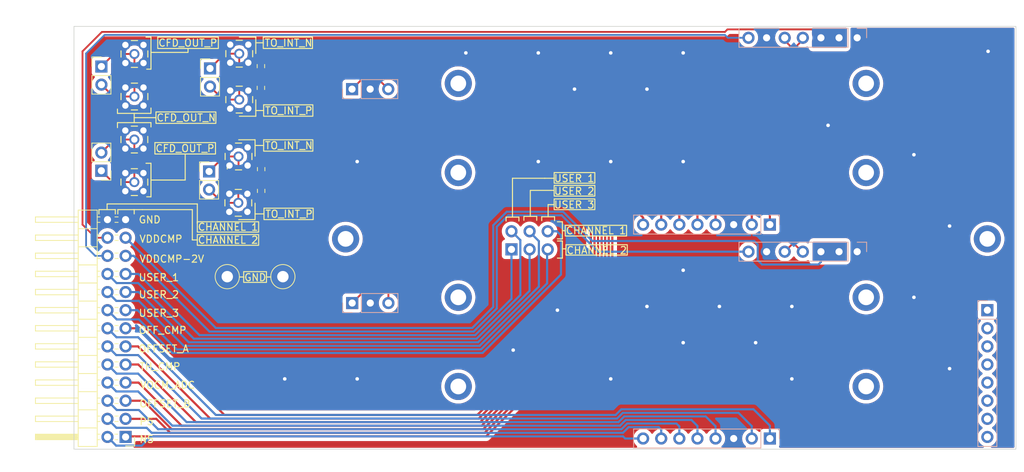
<source format=kicad_pcb>
(kicad_pcb (version 20221018) (generator pcbnew)
  (layers (0 "F.Cu" signal) (31 "B.Cu" signal) (34 "B.Paste" user) (35 "F.Paste" user) (36 "B.SilkS" user "B.Silkscreen") (37 "F.SilkS" user "F.Silkscreen") (38 "B.Mask" user) (39 "F.Mask" user) (44 "Edge.Cuts" user))
  (net 0 "")
  (net 1 "GND")
  (net 2 "/CFD_OUT_1_P")
  (net 3 "/CFD_OUT_1_N")
  (net 4 "/TO_INT_1_N")
  (net 5 "/TO_INT_1_P")
  (net 6 "/CFD_OUT_2_P")
  (net 7 "/CFD_OUT_2_N")
  (net 8 "/TO_INT_2_N")
  (net 9 "/TO_INT_2_P")
  (net 10 "/11")
  (net 11 "/3")
  (net 12 "/9")
  (net 13 "/5")
  (net 14 "/13")
  (net 15 "/15")
  (net 16 "/17")
  (net 17 "/12")
  (net 18 "/4")
  (net 19 "/10")
  (net 20 "/6")
  (net 21 "/16")
  (net 22 "/18")
  (net 23 "/19")
  (net 24 "/20")
  (net 25 "/21")
  (net 26 "/22")
  (net 27 "/14")
  (net 28 "/7")
  (net 29 "/8")
  (net 30 "/23")
  (net 31 "/24")
  (net 32 "/1")
  (net 33 "/2")
  (footprint "MountingHole:MountingHole_2.2mm_M2_DIN965_Pad" (layer "F.Cu") (at 193.3 80)
    (fp_text reference "H8" hide)
    (fp_text value "MountingHole")
  )
  (footprint "MountingHole:MountingHole_2.2mm_M2_DIN965_Pad" (layer "F.Cu") (at 136.1 62.5)
    (fp_text reference "H1" hide)
    (fp_text value "MountingHole")
  )
  (footprint "MountingHole:MountingHole_2.2mm_M2_DIN965_Pad" (layer "F.Cu") (at 136.1 50)
    (fp_text reference "H6" hide)
    (fp_text value "MountingHole")
  )
  (footprint "Resistor_SMD:R_0603_1608Metric" (layer "F.Cu") (at 108.45 65.071486 90)
    (fp_text reference "R4" hide)
    (fp_text value "50")
  )
  (footprint "my_footprints:COAX4_MMCX-J-P-H-ST-TH1_SAI" (layer "F.Cu") (at 105.25 66.746486)
    (fp_text reference "J19" hide)
    (fp_text value "Conn_01x05_Socket")
  )
  (footprint "my_footprints:COAX4_MMCX-J-P-H-ST-TH1_SAI" (layer "F.Cu") (at 90.68 51.84)
    (fp_text reference "J9" hide)
    (fp_text value "Conn_01x05_Socket")
  )
  (footprint "my_footprints:COAX4_MMCX-J-P-H-ST-TH1_SAI" (layer "F.Cu") (at 90.67 63.84)
    (fp_text reference "J14" hide)
    (fp_text value "Conn_01x05_Socket")
  )
  (footprint "MountingHole:MountingHole_2.2mm_M2_DIN965_Pad" (layer "F.Cu") (at 193.3 92.5)
    (fp_text reference "H4" hide)
    (fp_text value "MountingHole")
  )
  (footprint "MountingHole:MountingHole_2.2mm_M2_DIN965_Pad" (layer "F.Cu") (at 210.3 71.8)
    (fp_text reference "H9" hide)
    (fp_text value "MountingHole")
  )
  (footprint "Connector_PinHeader_2.54mm:PinHeader_1x02_P2.54mm_Vertical" (layer "F.Cu") (at 86.05 47.63)
    (fp_text reference "J8" hide)
    (fp_text value "Conn_01x02_Pin")
  )
  (footprint "Connector_PinHeader_2.54mm:PinHeader_1x02_P2.54mm_Vertical" (layer "F.Cu") (at 86.04 62.245 180)
    (fp_text reference "J15" hide)
    (fp_text value "Conn_01x02_Pin")
  )
  (footprint "MountingHole:MountingHole_2.2mm_M2_DIN965_Pad" (layer "F.Cu") (at 136.1 80)
    (fp_text reference "H3" hide)
    (fp_text value "MountingHole")
  )
  (footprint "Resistor_SMD:R_0603_1608Metric" (layer "F.Cu") (at 108.42 50.625 90)
    (fp_text reference "R2" hide)
    (fp_text value "50")
  )
  (footprint "MountingHole:MountingHole_2.2mm_M2_DIN965_Pad" (layer "F.Cu") (at 136.1 92.5)
    (fp_text reference "H2" hide)
    (fp_text value "MountingHole")
  )
  (footprint "MountingHole:MountingHole_2.2mm_M2_DIN965_Pad" (layer "F.Cu") (at 193.3 50)
    (fp_text reference "H7" hide)
    (fp_text value "MountingHole")
  )
  (footprint "Connector_PinHeader_2.54mm:PinHeader_1x02_P2.54mm_Vertical" (layer "F.Cu") (at 101.28 47.9)
    (fp_text reference "J5" hide)
    (fp_text value "Conn_01x02_Pin")
  )
  (footprint "my_footprints:COAX4_MMCX-J-P-H-ST-TH1_SAI" (layer "F.Cu") (at 90.68 45.87)
    (fp_text reference "J7" hide)
    (fp_text value "Conn_01x05_Socket")
  )
  (footprint "Connector_PinHeader_2.54mm:PinHeader_2x13_P2.54mm_Horizontal" (layer "F.Cu") (at 89.44 99.58 180)
    (fp_text reference "J11" hide)
    (fp_text value "Conn_02x13_Counter_Clockwise")
  )
  (footprint "Connector_PinHeader_2.54mm:PinHeader_1x02_P2.54mm_Vertical" (layer "F.Cu") (at 101.15 62.346486)
    (fp_text reference "J18" hide)
    (fp_text value "Conn_01x02_Pin")
  )
  (footprint "my_footprints:COAX4_MMCX-J-P-H-ST-TH1_SAI" (layer "F.Cu") (at 90.67 57.87)
    (fp_text reference "J16" hide)
    (fp_text value "Conn_01x05_Socket")
  )
  (footprint "my_footprints:COAX4_MMCX-J-P-H-ST-TH1_SAI" (layer "F.Cu") (at 105.38 52.27 -90)
    (fp_text reference "J6" hide)
    (fp_text value "Conn_01x05_Socket")
  )
  (footprint "TestPoint:TestPoint_Loop_D2.60mm_Drill1.6mm_Beaded" (layer "F.Cu") (at 103.7 77.1)
    (fp_text reference "J10" hide)
    (fp_text value "Conn_01x01_Pin")
  )
  (footprint "TestPoint:TestPoint_Loop_D2.60mm_Drill1.6mm_Beaded" (layer "F.Cu") (at 111.5 77.1)
    (fp_text reference "J20" hide)
    (fp_text value "Conn_01x01_Pin")
  )
  (footprint "Resistor_SMD:R_0603_1608Metric" (layer "F.Cu") (at 108.45 62.021486 90)
    (fp_text reference "R3" hide)
    (fp_text value "50")
  )
  (footprint "Connector_PinHeader_2.54mm:PinHeader_2x03_P2.54mm_Vertical" (layer "F.Cu") (at 143.56 73.275 90)
    (fp_text reference "J13" hide)
    (fp_text value "Conn_02x03_Counter_Clockwise")
  )
  (footprint "MountingHole:MountingHole_2.2mm_M2_DIN965_Pad" (layer "F.Cu") (at 120.3 71.8)
    (fp_text reference "H10" hide)
    (fp_text value "MountingHole")
  )
  (footprint "Resistor_SMD:R_0603_1608Metric" (layer "F.Cu") (at 108.42 47.575 90)
    (fp_text reference "R1" hide)
    (fp_text value "50")
  )
  (footprint "my_footprints:COAX4_MMCX-J-P-H-ST-TH1_SAI" (layer "F.Cu") (at 105.38 45.83 -90)
    (fp_text reference "J4" hide)
    (fp_text value "Conn_01x05_Socket")
  )
  (footprint "MountingHole:MountingHole_2.2mm_M2_DIN965_Pad" (layer "F.Cu") (at 193.3 62.5)
    (fp_text reference "H5" hide)
    (fp_text value "MountingHole")
  )
  (footprint "my_footprints:COAX4_MMCX-J-P-H-ST-TH1_SAI" (layer "F.Cu") (at 105.28 60.246486)
    (fp_text reference "J17" hide)
    (fp_text value "Conn_01x05_Socket")
  )
  (footprint "Connector_PinSocket_2.54mm:PinSocket_1x07_P2.54mm_Vertical" (layer "B.Cu") (at 192.04 43.6 90)
    (fp_text reference "J2" hide)
    (fp_text value "Conn_01x07")
  )
  (footprint "Connector_PinSocket_2.54mm:PinSocket_1x08_P2.54mm_Vertical" (layer "B.Cu") (at 210.3 81.8 180)
    (fp_text reference "J12" hide)
    (fp_text value "Conn_01x08")
  )
  (footprint "Connector_PinSocket_2.54mm:PinSocket_1x03_P2.54mm_Vertical" (layer "B.Cu") (at 121.2 50.8 -90)
    (fp_text reference "J3" hide)
    (fp_text value "Conn_01x03")
  )
  (footprint "Connector_PinSocket_2.54mm:PinSocket_1x07_P2.54mm_Vertical" (layer "B.Cu") (at 192.04 73.6 90)
    (fp_text reference "J23" hide)
    (fp_text value "Conn_01x07")
  )
  (footprint "Connector_PinSocket_2.54mm:PinSocket_1x08_P2.54mm_Vertical" (layer "B.Cu") (at 179.8 69.8 90)
    (fp_text reference "J1" hide)
    (fp_text value "Conn_01x08")
  )
  (footprint "Connector_PinSocket_2.54mm:PinSocket_1x03_P2.54mm_Vertical" (layer "B.Cu") (at 121.22 80.8 -90)
    (fp_text reference "J21" hide)
    (fp_text value "Conn_01x03")
  )
  (footprint "Connector_PinSocket_2.54mm:PinSocket_1x08_P2.54mm_Vertical" (layer "B.Cu") (at 179.8 99.8 90)
    (fp_text reference "J22" hide)
    (fp_text value "Conn_01x08")
  )
  (gr_line (start 93 45.65) (end 93.4 45.65) (stroke (width 0.15)) (layer "F.SilkS"))
  (gr_line (start 108.8 53.8) (end 107.7 53.8) (stroke (width 0.15)) (layer "F.SilkS"))
  (gr_line (start 105.3 69.1) (end 107.6 69.1) (stroke (width 0.15)) (layer "F.SilkS"))
  (gr_line (start 90.6 67.7) (end 91.8 67.7) (stroke (width 0.15)) (layer "F.SilkS"))
  (gr_line (start 151.1 70.65) (end 150.7 70.65) (stroke (width 0.15)) (layer "F.SilkS"))
  (gr_line (start 98.2 45.1) (end 98.2 45.6) (stroke (width 0.15)) (layer "F.SilkS"))
  (gr_line (start 85.7 68.3) (end 85.7 67.7) (stroke (width 0.15)) (layer "F.SilkS"))
  (gr_line (start 90.65 55.5) (end 90.65 54.2) (stroke (width 0.15)) (layer "F.SilkS"))
  (gr_line (start 97.2 63.55) (end 97.8 63.55) (stroke (width 0.15)) (layer "F.SilkS"))
  (gr_line (start 108.8 58.7) (end 107.7 58.7) (stroke (width 0.15)) (layer "F.SilkS"))
  (gr_line (start 93 53.45) (end 93 54.15) (stroke (width 0.15)) (layer "F.SilkS"))
  (gr_line (start 150.7 71.8) (end 150 71.8) (stroke (width 0.15)) (layer "F.SilkS"))
  (gr_line (start 99.5 69.6) (end 99.5 66.9) (stroke (width 0.15)) (layer "F.SilkS"))
  (gr_line (start 85.7 67.7) (end 88 67.7) (stroke (width 0.15)) (layer "F.SilkS"))
  (gr_rect (start 151.1 69.9) (end 159.7 71.4) (stroke (width 0.15)) (fill none) (layer "F.SilkS"))
  (gr_line (start 88.35 67.7) (end 90.65 67.7) (stroke (width 0.15)) (layer "F.SilkS"))
  (gr_line (start 93 65.9) (end 92.4 65.9) (stroke (width 0.15)) (layer "F.SilkS"))
  (gr_rect (start 106 76.4) (end 109.2 77.9) (stroke (width 0.15)) (fill none) (layer "F.SilkS"))
  (gr_line (start 108.75 44.3) (end 107.7 44.3) (stroke (width 0.15)) (layer "F.SilkS"))
  (gr_rect (start 108.85 67.5) (end 115.75 69.1) (stroke (width 0.15)) (fill none) (layer "F.SilkS"))
  (gr_line (start 93.4 45.65) (end 98.2 45.65) (stroke (width 0.15)) (layer "F.SilkS"))
  (gr_rect (start 93.55 58.3) (end 102.05 59.9) (stroke (width 0.15)) (fill none) (layer "F.SilkS"))
  (gr_line (start 148.7 67) (end 148.7 68.7) (stroke (width 0.15)) (layer "F.SilkS"))
  (gr_line (start 105.4 54.6) (end 107.7 54.6) (stroke (width 0.15)) (layer "F.SilkS"))
  (gr_line (start 93 54.2) (end 88.3 54.2) (stroke (width 0.15)) (layer "F.SilkS"))
  (gr_line (start 150.7 69.4) (end 150.7 71.8) (stroke (width 0.15)) (layer "F.SilkS"))
  (gr_line (start 142.8 69.3) (end 142.8 68.75) (stroke (width 0.15)) (layer "F.SilkS"))
  (gr_line (start 108.85 68.3) (end 107.6 68.3) (stroke (width 0.15)) (layer "F.SilkS"))
  (gr_line (start 107.7 43.6) (end 107.7 43.5) (stroke (width 0.15)) (layer "F.SilkS"))
  (gr_line (start 86.85 66.9) (end 99.5 66.9) (stroke (width 0.15)) (layer "F.SilkS"))
  (gr_line (start 88 67.7) (end 88 68.3) (stroke (width 0.15)) (layer "F.SilkS"))
  (gr_line (start 97.8 59.9) (end 97.8 63.55) (stroke (width 0.15)) (layer "F.SilkS"))
  (gr_line (start 150 69.4) (end 150.7 69.4) (stroke (width 0.15)) (layer "F.SilkS"))
  (gr_line (start 147.1 68.65) (end 147.1 69.2) (stroke (width 0.15)) (layer "F.SilkS"))
  (gr_line (start 143.7 63.3) (end 143.7 68.75) (stroke (width 0.15)) (layer "F.SilkS"))
  (gr_line (start 86.85 67.7) (end 86.85 66.9) (stroke (width 0.15)) (layer "F.SilkS"))
  (gr_line (start 107.7 43.5) (end 105.4 43.5) (stroke (width 0.15)) (layer "F.SilkS"))
  (gr_line (start 150.7 73.2) (end 151.2 73.2) (stroke (width 0.15)) (layer "F.SilkS"))
  (gr_line (start 142.8 68.75) (end 144.6 68.75) (stroke (width 0.15)) (layer "F.SilkS"))
  (gr_line (start 88.3 56.2) (end 88.3 55.5) (stroke (width 0.15)) (layer "F.SilkS"))
  (gr_rect (start 149.55 64.3) (end 155.25 65.8) (stroke (width 0.15)) (fill none) (layer "F.SilkS"))
  (gr_line (start 93 63.55) (end 93.4 63.55) (stroke (width 0.15)) (layer "F.SilkS"))
  (gr_rect (start 93.95 43.5) (end 102.45 45.1) (stroke (width 0.15)) (fill none) (layer "F.SilkS"))
  (gr_line (start 148.225 63.3) (end 143.7 63.3) (stroke (width 0.15)) (layer "F.SilkS"))
  (gr_rect (start 108.8 57.9) (end 115.7 59.5) (stroke (width 0.15)) (fill none) (layer "F.SilkS"))
  (gr_rect (start 149.55 66.2) (end 155.25 67.7) (stroke (width 0.15)) (fill none) (layer "F.SilkS"))
  (gr_line (start 149.6 68.7) (end 149.6 69.25) (stroke (width 0.15)) (layer "F.SilkS"))
  (gr_line (start 98.8 71.95) (end 98.8 67.7) (stroke (width 0.15)) (layer "F.SilkS"))
  (gr_line (start 93 43.5) (end 93 48) (stroke (width 0.15)) (layer "F.SilkS"))
  (gr_line (start 88.35 68.3) (end 88.35 67.7) (stroke (width 0.15)) (layer "F.SilkS"))
  (gr_line (start 93.4 63.55) (end 97.2 63.55) (stroke (width 0.15)) (layer "F.SilkS"))
  (gr_line (start 145.3 68.65) (end 147.1 68.65) (stroke (width 0.15)) (layer "F.SilkS"))
  (gr_line (start 93 48) (end 92.4 48) (stroke (width 0.15)) (layer "F.SilkS"))
  (gr_line (start 92.3 61.2) (end 93 61.2) (stroke (width 0.15)) (layer "F.SilkS"))
  (gr_line (start 88.3 54.2) (end 88.3 53.6) (stroke (width 0.15)) (layer "F.SilkS"))
  (gr_line (start 150.7 74.5) (end 150 74.5) (stroke (width 0.15)) (layer "F.SilkS"))
  (gr_line (start 107.6 69.1) (end 107.6 66.8) (stroke (width 0.15)) (layer "F.SilkS"))
  (gr_line (start 145.3 69.2) (end 145.3 68.65) (stroke (width 0.15)) (layer "F.SilkS"))
  (gr_line (start 90.65 54.8) (end 93.7 54.8) (stroke (width 0.15)) (layer "F.SilkS"))
  (gr_line (start 150 72.1) (end 150.7 72.1) (stroke (width 0.15)) (layer "F.SilkS"))
  (gr_line (start 148.225 63.3) (end 149.575 63.3) (stroke (width 0.15)) (layer "F.SilkS"))
  (gr_rect (start 108.75 43.5) (end 115.65 45.1) (stroke (width 0.15)) (fill none) (layer "F.SilkS"))
  (gr_line (start 150.7 72.1) (end 150.7 74.5) (stroke (width 0.15)) (layer "F.SilkS"))
  (gr_line (start 107.7 45.8) (end 107.7 43.6) (stroke (width 0.15)) (layer "F.SilkS"))
  (gr_line (start 93 61.2) (end 93 65.9) (stroke (width 0.15)) (layer "F.SilkS"))
  (gr_rect (start 93.7 54) (end 102.1 55.6) (stroke (width 0.15)) (fill none) (layer "F.SilkS"))
  (gr_line (start 105.3 57.9) (end 107.6 57.9) (stroke (width 0.15)) (layer "F.SilkS"))
  (gr_rect (start 99.5 69.4) (end 108.1 70.85) (stroke (width 0.15)) (fill none) (layer "F.SilkS"))
  (gr_line (start 148.7 67) (end 149.55 67) (stroke (width 0.15)) (layer "F.SilkS"))
  (gr_line (start 147.8 69.25) (end 147.8 68.7) (stroke (width 0.15)) (layer "F.SilkS"))
  (gr_rect (start 99.5 71.2) (end 108.1 72.7) (stroke (width 0.15)) (fill none) (layer "F.SilkS"))
  (gr_line (start 88.3 55.5) (end 93 55.5) (stroke (width 0.15)) (layer "F.SilkS"))
  (gr_line (start 107.6 57.9) (end 107.6 60.2) (stroke (width 0.15)) (layer "F.SilkS"))
  (gr_line (start 92.3 43.5) (end 93 43.5) (stroke (width 0.15)) (layer "F.SilkS"))
  (gr_line (start 146.2 65) (end 146.2 68.65) (stroke (width 0.15)) (layer "F.SilkS"))
  (gr_rect (start 149.55 62.5) (end 155.25 64) (stroke (width 0.15)) (fill none) (layer "F.SilkS"))
  (gr_line (start 109.2 77.15) (end 109.8 77.15) (stroke (width 0.15)) (layer "F.SilkS"))
  (gr_line (start 149.5 65) (end 146.225 65) (stroke (width 0.15)) (layer "F.SilkS"))
  (gr_line (start 90.65 67.7) (end 90.65 68.3) (stroke (width 0.15)) (layer "F.SilkS"))
  (gr_line (start 98.8 71.95) (end 99.5 71.95) (stroke (width 0.15)) (layer "F.SilkS"))
  (gr_line (start 147.8 68.7) (end 149.6 68.7) (stroke (width 0.15)) (layer "F.SilkS"))
  (gr_line (start 93 55.5) (end 93 56.1) (stroke (width 0.15)) (layer "F.SilkS"))
  (gr_line (start 107.7 54.6) (end 107.7 52.3) (stroke (width 0.15)) (layer "F.SilkS"))
  (gr_line (start 103.7 62) (end 103.7 61.3) (stroke (width 0.15)) (layer "F.SilkS"))
  (gr_rect (start 151.2 72.625) (end 159.8 74.075) (stroke (width 0.15)) (fill none) (layer "F.SilkS"))
  (gr_line (start 144.6 68.75) (end 144.6 69.3) (stroke (width 0.15)) (layer "F.SilkS"))
  (gr_line (start 98.8 67.7) (end 91.8 67.7) (stroke (width 0.15)) (layer "F.SilkS"))
  (gr_line (start 106 77.15) (end 105.4 77.15) (stroke (width 0.15)) (layer "F.SilkS"))
  (gr_rect (start 108.8 53) (end 115.7 54.6) (stroke (width 0.15)) (fill none) (layer "F.SilkS"))
  (gr_rect (start 82.2 42) (end 214.3 101.3) (stroke (width 0.1)) (fill none) (layer "Edge.Cuts"))
  (gr_text "VOCM_ADC" (at 91.4 92.9) (layer "F.SilkS") (effects (font (size 1 1)) (justify left bottom)))
  (gr_text "CFD_OUT_N\n" (at 93.7 55.4) (layer "F.SilkS") (effects (font (size 1 1)) (justify left bottom)))
  (gr_text "CHANNEL 2\n" (at 151.2 74) (layer "F.SilkS") (effects (font (size 1 1)) (justify left bottom)))
  (gr_text "GND\n" (at 106 77.8) (layer "F.SilkS") (effects (font (size 1 1)) (justify left bottom)))
  (gr_text "OFF_CMP" (at 91.2 85.2) (layer "F.SilkS") (effects (font (size 1 1)) (justify left bottom)))
  (gr_text "TO_INT_N" (at 108.85 44.9) (layer "F.SilkS") (effects (font (size 1 1)) (justify left bottom)))
  (gr_text "VDDCMP\n" (at 91.3 72.4) (layer "F.SilkS") (effects (font (size 1 1)) (justify left bottom)))
  (gr_text "OFFSET_A" (at 91.2 87.8) (layer "F.SilkS") (effects (font (size 1 1)) (justify left bottom)))
  (gr_text "CFD_OUT_P" (at 93.95 44.9) (layer "F.SilkS") (effects (font (size 1 1)) (justify left bottom)))
  (gr_text "VDDCMP-2V" (at 91.3 75.2) (layer "F.SilkS") (effects (font (size 1 1)) (justify left bottom)))
  (gr_text "USER_1" (at 91.2 77.8) (layer "F.SilkS") (effects (font (size 1 1)) (justify left bottom)))
  (gr_text "USER 3" (at 149.45 67.6) (layer "F.SilkS") (effects (font (size 1 1)) (justify left bottom)))
  (gr_text "USER 2" (at 149.45 65.7) (layer "F.SilkS") (effects (font (size 1 1)) (justify left bottom)))
  (gr_text "USER_2" (at 91.2 80.2) (layer "F.SilkS") (effects (font (size 1 1)) (justify left bottom)))
  (gr_text "GND" (at 91.2 69.7) (layer "F.SilkS") (effects (font (size 1 1)) (justify left bottom)))
  (gr_text "OFFSET_B" (at 91.3 95.5) (layer "F.SilkS") (effects (font (size 1 1)) (justify left bottom)))
  (gr_text "P5" (at 91.3 98) (layer "F.SilkS") (effects (font (size 1 1)) (justify left bottom)))
  (gr_text "CHANNEL 2\n" (at 99.5 72.55) (layer "F.SilkS") (effects (font (size 1 1)) (justify left bottom)))
  (gr_text "CFD_OUT_P" (at 93.55 59.7) (layer "F.SilkS") (effects (font (size 1 1)) (justify left bottom)))
  (gr_text "TO_INT_P" (at 108.9 54.4) (layer "F.SilkS") (effects (font (size 1 1)) (justify left bottom)))
  (gr_text "CHANNEL 1" (at 99.5 70.725) (layer "F.SilkS") (effects (font (size 1 1)) (justify left bottom)))
  (gr_text "USER 1" (at 149.45 63.9) (layer "F.SilkS") (effects (font (size 1 1)) (justify left bottom)))
  (gr_text "TH_CMP" (at 91.3 90.3) (layer "F.SilkS") (effects (font (size 1 1)) (justify left bottom)))
  (gr_text "USER_3" (at 91.2 82.8) (layer "F.SilkS") (effects (font (size 1 1)) (justify left bottom)))
  (gr_text "TO_INT_P" (at 108.95 68.9) (layer "F.SilkS") (effects (font (size 1 1)) (justify left bottom)))
  (gr_text "N5" (at 91.3 100.5) (layer "F.SilkS") (effects (font (size 1 1)) (justify left bottom)))
  (gr_text "TO_INT_N" (at 108.9 59.3) (layer "F.SilkS") (effects (font (size 1 1)) (justify left bottom)))
  (gr_text "CHANNEL 1" (at 151.1 71.225) (layer "F.SilkS") (effects (font (size 1 1)) (justify left bottom)))
  (segment (start 86.58 69.1) (end 86.9 69.42) (width 0.254) (layer "F.Cu") (net 1))
  (segment (start 108.42 51.5) (end 108.42 51.3) (width 0.254) (layer "F.Cu") (net 1))
  (via (at 205 70) (size 1.3) (drill 0.5) (layers "F.Cu" "B.Cu") (net 1))
  (via (at 167.64 60.96) (size 1.3) (drill 0.5) (layers "F.Cu" "B.Cu") (net 1))
  (via (at 150 81.8) (size 1.3) (drill 0.5) (layers "F.Cu" "B.Cu") (net 1))
  (via (at 157.48 45.72) (size 1.3) (drill 0.5) (layers "F.Cu" "B.Cu") (net 1))
  (via (at 152.4 50.8) (size 1.3) (drill 0.5) (layers "F.Cu" "B.Cu") (net 1))
  (via (at 177.8 86.36) (size 1.3) (drill 0.5) (layers "F.Cu" "B.Cu") (net 1))
  (via (at 143.8 87.4) (size 1.3) (drill 0.5) (layers "F.Cu" "B.Cu") (net 1))
  (via (at 187.96 55.88) (size 1.3) (drill 0.5) (layers "F.Cu" "B.Cu") (net 1))
  (via (at 200 60) (size 1.3) (drill 0.5) (layers "F.Cu" "B.Cu") (net 1))
  (via (at 172.72 81.28) (size 1.3) (drill 0.5) (layers "F.Cu" "B.Cu") (net 1))
  (via (at 167.64 45.72) (size 1.3) (drill 0.5) (layers "F.Cu" "B.Cu") (net 1))
  (via (at 121.92 91.44) (size 1.3) (drill 0.5) (layers "F.Cu" "B.Cu") (net 1))
  (via (at 162.56 50.8) (size 1.3) (drill 0.5) (layers "F.Cu" "B.Cu") (net 1))
  (via (at 111.76 91.44) (size 1.3) (drill 0.5) (layers "F.Cu" "B.Cu") (net 1))
  (via (at 182.88 91.44) (size 1.3) (drill 0.5) (layers "F.Cu" "B.Cu") (net 1))
  (via (at 162.56 81.28) (size 1.3) (drill 0.5) (layers "F.Cu" "B.Cu") (net 1))
  (via (at 137.16 45.72) (size 1.3) (drill 0.5) (layers "F.Cu" "B.Cu") (net 1))
  (via (at 167.64 86.36) (size 1.3) (drill 0.5) (layers "F.Cu" "B.Cu") (net 1))
  (via (at 210.4 45.5) (size 1.3) (drill 0.5) (layers "F.Cu" "B.Cu") (net 1))
  (via (at 182.88 81.28) (size 1.3) (drill 0.5) (layers "F.Cu" "B.Cu") (net 1))
  (via (at 157.48 60.96) (size 1.3) (drill 0.5) (layers "F.Cu" "B.Cu") (net 1))
  (via (at 147.32 60.96) (size 1.3) (drill 0.5) (layers "F.Cu" "B.Cu") (net 1))
  (via (at 167.64 76.2) (size 1.3) (drill 0.5) (layers "F.Cu" "B.Cu") (net 1))
  (via (at 200 80) (size 1.3) (drill 0.5) (layers "F.Cu" "B.Cu") (net 1))
  (via (at 205 90) (size 1.3) (drill 0.5) (layers "F.Cu" "B.Cu") (net 1))
  (via (at 121.92 60.96) (size 1.3) (drill 0.5) (layers "F.Cu" "B.Cu") (net 1))
  (via (at 157.48 91.44) (size 1.3) (drill 0.5) (layers "F.Cu" "B.Cu") (net 1))
  (via (at 147.32 45.72) (size 1.3) (drill 0.5) (layers "F.Cu" "B.Cu") (net 1))
  (segment (start 89.44 69.42) (end 89.76 69.1) (width 0.3) (layer "B.Cu") (net 1))
  (segment (start 97 54.9) (end 180.357948 54.9) (width 0.254) (layer "F.Cu") (net 2))
  (segment (start 93.121024 48.5) (end 94.527 49.905976) (width 0.254) (layer "F.Cu") (net 2))
  (segment (start 94.527 49.905976) (end 94.527 52.427) (width 0.254) (layer "F.Cu") (net 2))
  (segment (start 90.68 47.68) (end 91.5 48.5) (width 0.254) (layer "F.Cu") (net 2))
  (segment (start 182.846 44.946) (end 181.84 43.94) (width 0.254) (layer "F.Cu") (net 2))
  (segment (start 181.84 43.94) (end 181.84 43.6) (width 0.254) (layer "F.Cu") (net 2))
  (segment (start 91.5 48.5) (end 93.121024 48.5) (width 0.254) (layer "F.Cu") (net 2))
  (segment (start 90.68 45.87) (end 90.68 47.68) (width 0.254) (layer "F.Cu") (net 2))
  (segment (start 182.846 52.411948) (end 182.846 44.946) (width 0.254) (layer "F.Cu") (net 2))
  (segment (start 87.81 45.87) (end 86.05 47.63) (width 0.254) (layer "F.Cu") (net 2))
  (segment (start 90.68 45.87) (end 87.81 45.87) (width 0.254) (layer "F.Cu") (net 2))
  (segment (start 94.527 52.427) (end 97 54.9) (width 0.254) (layer "F.Cu") (net 2))
  (segment (start 180.357948 54.9) (end 182.846 52.411948) (width 0.254) (layer "F.Cu") (net 2))
  (segment (start 181.84 43.84) (end 181.84 43.6) (width 0.254) (layer "B.Cu") (net 2))
  (segment (start 92.932972 48.954) (end 94.073 50.094028) (width 0.254) (layer "F.Cu") (net 3))
  (segment (start 90.68 49.72) (end 91.446 48.954) (width 0.254) (layer "F.Cu") (net 3))
  (segment (start 96.811948 55.354) (end 180.546 55.354) (width 0.254) (layer "F.Cu") (net 3))
  (segment (start 183.3 52.6) (end 183.3 45) (width 0.254) (layer "F.Cu") (net 3))
  (segment (start 90.68 51.84) (end 90.68 49.72) (width 0.254) (layer "F.Cu") (net 3))
  (segment (start 180.546 55.354) (end 183.3 52.6) (width 0.254) (layer "F.Cu") (net 3))
  (segment (start 94.073 50.094028) (end 94.073 52.615052) (width 0.254) (layer "F.Cu") (net 3))
  (segment (start 94.073 52.615052) (end 96.811948 55.354) (width 0.254) (layer "F.Cu") (net 3))
  (segment (start 90.68 51.84) (end 87.72 51.84) (width 0.254) (layer "F.Cu") (net 3))
  (segment (start 91.446 48.954) (end 92.932972 48.954) (width 0.254) (layer "F.Cu") (net 3))
  (segment (start 184.38 43.92) (end 184.38 43.6) (width 0.254) (layer "F.Cu") (net 3))
  (segment (start 87.72 51.84) (end 86.05 50.17) (width 0.254) (layer "F.Cu") (net 3))
  (segment (start 183.3 45) (end 184.38 43.92) (width 0.254) (layer "F.Cu") (net 3))
  (segment (start 184.38 43.6) (end 184.38 43.82) (width 0.254) (layer "B.Cu") (net 3))
  (segment (start 123.967 48.487) (end 123.967 47.545972) (width 0.254) (layer "F.Cu") (net 4))
  (segment (start 126.28 51.02) (end 126.28 50.8) (width 0.254) (layer "F.Cu") (net 4))
  (segment (start 122.867028 46.446) (end 120.011948 46.446) (width 0.254) (layer "F.Cu") (net 4))
  (segment (start 126.28 50.8) (end 126.28 51.32) (width 0.3) (layer "F.Cu") (net 4))
  (segment (start 117.557948 48.9) (end 109.68 48.9) (width 0.254) (layer "F.Cu") (net 4))
  (segment (start 106.28 48.4) (end 108.42 48.4) (width 0.254) (layer "F.Cu") (net 4))
  (segment (start 123.967 47.545972) (end 122.867028 46.446) (width 0.254) (layer "F.Cu") (net 4))
  (segment (start 120.011948 46.446) (end 117.557948 48.9) (width 0.254) (layer "F.Cu") (net 4))
  (segment (start 126.28 50.8) (end 123.967 48.487) (width 0.254) (layer "F.Cu") (net 4))
  (segment (start 109.68 48.9) (end 109.18 48.4) (width 0.254) (layer "F.Cu") (net 4))
  (segment (start 105.38 47.5) (end 106.28 48.4) (width 0.254) (layer "F.Cu") (net 4))
  (segment (start 105.38 45.83) (end 103.35 45.83) (width 0.254) (layer "F.Cu") (net 4))
  (segment (start 109.18 48.4) (end 108.42 48.4) (width 0.254) (layer "F.Cu") (net 4))
  (segment (start 103.35 45.83) (end 101.28 47.9) (width 0.254) (layer "F.Cu") (net 4))
  (segment (start 109.68 48.9) (end 109.54 48.76) (width 0.254) (layer "F.Cu") (net 4))
  (segment (start 105.38 45.83) (end 105.38 47.5) (width 0.254) (layer "F.Cu") (net 4))
  (segment (start 123.513 48.487) (end 123.513 47.734024) (width 0.254) (layer "F.Cu") (net 5))
  (segment (start 123.513 47.734024) (end 122.678976 46.9) (width 0.254) (layer "F.Cu") (net 5))
  (segment (start 105.38 52.27) (end 103.11 52.27) (width 0.254) (layer "F.Cu") (net 5))
  (segment (start 109.636 49.354) (end 109.19 49.8) (width 0.254) (layer "F.Cu") (net 5))
  (segment (start 120.2 46.9) (end 117.746 49.354) (width 0.254) (layer "F.Cu") (net 5))
  (segment (start 105.38 50.6) (end 105.38 52.27) (width 0.254) (layer "F.Cu") (net 5))
  (segment (start 103.11 52.27) (end 101.28 50.44) (width 0.254) (layer "F.Cu") (net 5))
  (segment (start 106.18 49.8) (end 105.38 50.6) (width 0.254) (layer "F.Cu") (net 5))
  (segment (start 121.2 50.8) (end 121.629172 51.229172) (width 0.3) (layer "F.Cu") (net 5))
  (segment (start 109.19 49.8) (end 108.42 49.8) (width 0.254) (layer "F.Cu") (net 5))
  (segment (start 117.746 49.354) (end 109.636 49.354) (width 0.254) (layer "F.Cu") (net 5))
  (segment (start 122.678976 46.9) (end 120.2 46.9) (width 0.254) (layer "F.Cu") (net 5))
  (segment (start 108.42 49.8) (end 106.18 49.8) (width 0.254) (layer "F.Cu") (net 5))
  (segment (start 121.2 50.8) (end 123.513 48.487) (width 0.254) (layer "F.Cu") (net 5))
  (segment (start 90.67 63.84) (end 87.635 63.84) (width 0.254) (layer "F.Cu") (net 6))
  (segment (start 87.635 63.84) (end 86.04 62.245) (width 0.254) (layer "F.Cu") (net 6))
  (segment (start 90.67 61.8) (end 90.67 63.84) (width 0.254) (layer "F.Cu") (net 6))
  (segment (start 182.851001 59.974853) (end 180.376148 57.5) (width 0.254) (layer "F.Cu") (net 6))
  (segment (start 181.88 73.6) (end 182.851001 72.628999) (width 0.254) (layer "F.Cu") (net 6))
  (segment (start 96.862052 57.5) (end 93.292052 61.07) (width 0.254) (layer "F.Cu") (net 6))
  (segment (start 93.292052 61.07) (end 91.4 61.07) (width 0.254) (layer "F.Cu") (net 6))
  (segment (start 182.851001 72.628999) (end 182.851001 59.974853) (width 0.254) (layer "F.Cu") (net 6))
  (segment (start 180.376148 57.5) (end 96.862052 57.5) (width 0.254) (layer "F.Cu") (net 6))
  (segment (start 91.4 61.07) (end 90.67 61.8) (width 0.254) (layer "F.Cu") (net 6))
  (segment (start 183.305001 59.786801) (end 180.5642 57.046) (width 0.254) (layer "F.Cu") (net 7))
  (segment (start 90.67 57.87) (end 87.875 57.87) (width 0.254) (layer "F.Cu") (net 7))
  (segment (start 90.67 59.84) (end 90.67 57.87) (width 0.254) (layer "F.Cu") (net 7))
  (segment (start 96.673999 57.046) (end 93.103999 60.616) (width 0.254) (layer "F.Cu") (net 7))
  (segment (start 183.305001 72.605001) (end 183.305001 59.786801) (width 0.254) (layer "F.Cu") (net 7))
  (segment (start 93.103999 60.616) (end 91.446 60.616) (width 0.254) (layer "F.Cu") (net 7))
  (segment (start 91.446 60.616) (end 90.67 59.84) (width 0.254) (layer "F.Cu") (net 7))
  (segment (start 184.3 73.6) (end 183.305001 72.605001) (width 0.254) (layer "F.Cu") (net 7))
  (segment (start 180.5642 57.046) (end 96.673999 57.046) (width 0.254) (layer "F.Cu") (net 7))
  (segment (start 87.875 57.87) (end 86.04 59.705) (width 0.254) (layer "F.Cu") (net 7))
  (segment (start 90.77 57.97) (end 90.67 57.87) (width 0.254) (layer "F.Cu") (net 7))
  (segment (start 184.42 73.6) (end 184.3 73.6) (width 0.254) (layer "F.Cu") (net 7))
  (segment (start 126.3 80.8) (end 126.3 77.8) (width 0.254) (layer "F.Cu") (net 8))
  (segment (start 105.28 60.246486) (end 105.28 61.955) (width 0.254) (layer "F.Cu") (net 8))
  (segment (start 126.3 77.8) (end 125.5 77) (width 0.254) (layer "F.Cu") (net 8))
  (segment (start 109.626 63.346) (end 109.126486 62.846486) (width 0.254) (layer "F.Cu") (net 8))
  (segment (start 105.28 60.246486) (end 103.25 60.246486) (width 0.254) (layer "F.Cu") (net 8))
  (segment (start 105.28 61.955) (end 106.171486 62.846486) (width 0.254) (layer "F.Cu") (net 8))
  (segment (start 125.5 77) (end 125.5 67.478972) (width 0.254) (layer "F.Cu") (net 8))
  (segment (start 125.5 67.478972) (end 121.367028 63.346) (width 0.254) (layer "F.Cu") (net 8))
  (segment (start 103.25 60.246486) (end 101.15 62.346486) (width 0.254) (layer "F.Cu") (net 8))
  (segment (start 121.367028 63.346) (end 109.626 63.346) (width 0.254) (layer "F.Cu") (net 8))
  (segment (start 125.7 80.8) (end 126.3 80.8) (width 0.254) (layer "F.Cu") (net 8))
  (segment (start 106.171486 62.846486) (end 108.45 62.846486) (width 0.254) (layer "F.Cu") (net 8))
  (segment (start 109.626 63.346) (end 109.44 63.16) (width 0.254) (layer "F.Cu") (net 8))
  (segment (start 109.126486 62.846486) (end 108.45 62.846486) (width 0.254) (layer "F.Cu") (net 8))
  (segment (start 109.162501 64.246486) (end 108.45 64.246486) (width 0.254) (layer "F.Cu") (net 9))
  (segment (start 125.046 76.974) (end 125.046 67.667024) (width 0.254) (layer "F.Cu") (net 9))
  (segment (start 109.608986 63.8) (end 109.404493 64.004493) (width 0.254) (layer "F.Cu") (net 9))
  (segment (start 108.45 64.246486) (end 106.05 64.246486) (width 0.254) (layer "F.Cu") (net 9))
  (segment (start 121.22 80.8) (end 125.046 76.974) (width 0.254) (layer "F.Cu") (net 9))
  (segment (start 106.05 64.246486) (end 105.25 65.046486) (width 0.254) (layer "F.Cu") (net 9))
  (segment (start 109.608987 63.8) (end 109.162501 64.246486) (width 0.254) (layer "F.Cu") (net 9))
  (segment (start 121.178976 63.8) (end 109.608986 63.8) (width 0.254) (layer "F.Cu") (net 9))
  (segment (start 125.046 67.667024) (end 121.178976 63.8) (width 0.254) (layer "F.Cu") (net 9))
  (segment (start 105.25 66.746486) (end 103.01 66.746486) (width 0.254) (layer "F.Cu") (net 9))
  (segment (start 103.01 66.746486) (end 101.15 64.886486) (width 0.254) (layer "F.Cu") (net 9))
  (segment (start 105.25 65.046486) (end 105.25 66.746486) (width 0.254) (layer "F.Cu") (net 9))
  (segment (start 158.507105 65.8) (end 155.2 69.107106) (width 0.3) (layer "F.Cu") (net 10))
  (segment (start 138.964471 97) (end 101.3 97) (width 0.3) (layer "F.Cu") (net 10))
  (segment (start 174.6 65.8) (end 158.507105 65.8) (width 0.3) (layer "F.Cu") (net 10))
  (segment (start 155.2 69.107106) (end 155.2 80.76447) (width 0.3) (layer "F.Cu") (net 10))
  (segment (start 177.26 69.8) (end 177.26 69.84) (width 0.3) (layer "F.Cu") (net 10))
  (segment (start 177.26 69.8) (end 177.13 69.8) (width 0.3) (layer "F.Cu") (net 10))
  (segment (start 155.2 80.76447) (end 138.964471 97) (width 0.3) (layer "F.Cu") (net 10))
  (segment (start 177.26 68.46) (end 174.6 65.8) (width 0.3) (layer "F.Cu") (net 10))
  (segment (start 91.18 86.88) (end 89.44 86.88) (width 0.3) (layer "F.Cu") (net 10))
  (segment (start 89.44 87.2) (end 89.74 86.9) (width 0.3) (layer "F.Cu") (net 10))
  (segment (start 177.26 69.8) (end 177.26 68.46) (width 0.3) (layer "F.Cu") (net 10))
  (segment (start 101.3 97) (end 91.18 86.88) (width 0.3) (layer "F.Cu") (net 10))
  (segment (start 163.9 67.8) (end 159.33553 67.8) (width 0.3) (layer "F.Cu") (net 11))
  (segment (start 164.56 69.8) (end 164.56 68.46) (width 0.3) (layer "F.Cu") (net 11))
  (segment (start 159.33553 67.8) (end 157.2 69.93553) (width 0.3) (layer "F.Cu") (net 11))
  (segment (start 95.7 99) (end 93.74 97.04) (width 0.3) (layer "F.Cu") (net 11))
  (segment (start 157.2 69.93553) (end 157.2 81.592894) (width 0.3) (layer "F.Cu") (net 11))
  (segment (start 164.56 68.46) (end 163.9 67.8) (width 0.3) (layer "F.Cu") (net 11))
  (segment (start 139.792895 99) (end 95.7 99) (width 0.3) (layer "F.Cu") (net 11))
  (segment (start 93.74 97.04) (end 89.44 97.04) (width 0.3) (layer "F.Cu") (net 11))
  (segment (start 157.2 81.592894) (end 139.792895 99) (width 0.3) (layer "F.Cu") (net 11))
  (segment (start 89.4 97) (end 89.14 97.26) (width 0.3) (layer "F.Cu") (net 11))
  (segment (start 155.7 69.314212) (end 158.714212 66.3) (width 0.3) (layer "F.Cu") (net 12))
  (segment (start 89.44 89.42) (end 91.22 89.42) (width 0.3) (layer "F.Cu") (net 12))
  (segment (start 99.3 97.5) (end 139.171577 97.5) (width 0.3) (layer "F.Cu") (net 12))
  (segment (start 91.22 89.42) (end 99.3 97.5) (width 0.3) (layer "F.Cu") (net 12))
  (segment (start 155.7 80.971576) (end 155.7 69.314212) (width 0.3) (layer "F.Cu") (net 12))
  (segment (start 89.78 89.4) (end 89.44 89.74) (width 0.3) (layer "F.Cu") (net 12))
  (segment (start 172.18 68.38) (end 172.18 69.8) (width 0.3) (layer "F.Cu") (net 12))
  (segment (start 139.171577 97.5) (end 155.7 80.971576) (width 0.3) (layer "F.Cu") (net 12))
  (segment (start 170.1 66.3) (end 172.18 68.38) (width 0.3) (layer "F.Cu") (net 12))
  (segment (start 158.714212 66.3) (end 170.1 66.3) (width 0.3) (layer "F.Cu") (net 12))
  (segment (start 159.128424 67.3) (end 156.7 69.728424) (width 0.3) (layer "F.Cu") (net 13))
  (segment (start 156.7 81.385788) (end 139.585789 98.5) (width 0.3) (layer "F.Cu") (net 13))
  (segment (start 95.907106 98.5) (end 91.907106 94.5) (width 0.3) (layer "F.Cu") (net 13))
  (segment (start 91.907106 94.5) (end 89.44 94.5) (width 0.3) (layer "F.Cu") (net 13))
  (segment (start 167.1 69.8) (end 167.1 68.5) (width 0.3) (layer "F.Cu") (net 13))
  (segment (start 167.1 68.5) (end 165.9 67.3) (width 0.3) (layer "F.Cu") (net 13))
  (segment (start 139.585789 98.5) (end 95.907106 98.5) (width 0.3) (layer "F.Cu") (net 13))
  (segment (start 89.36 94.5) (end 89.14 94.72) (width 0.3) (layer "F.Cu") (net 13))
  (segment (start 156.7 69.728424) (end 156.7 81.385788) (width 0.3) (layer "F.Cu") (net 13))
  (segment (start 165.9 67.3) (end 159.128424 67.3) (width 0.3) (layer "F.Cu") (net 13))
  (segment (start 89.9 84.2) (end 89.44 84.66) (width 0.3) (layer "F.Cu") (net 14))
  (segment (start 138.757364 96.5) (end 103.3 96.5) (width 0.3) (layer "F.Cu") (net 14))
  (segment (start 158.299999 65.3) (end 154.7 68.9) (width 0.3) (layer "F.Cu") (net 14))
  (segment (start 154.7 68.9) (end 154.7 80.557364) (width 0.3) (layer "F.Cu") (net 14))
  (segment (start 103.3 96.5) (end 91.14 84.34) (width 0.3) (layer "F.Cu") (net 14))
  (segment (start 179.8 68.4) (end 176.7 65.3) (width 0.3) (layer "F.Cu") (net 14))
  (segment (start 154.7 80.557364) (end 138.757364 96.5) (width 0.3) (layer "F.Cu") (net 14))
  (segment (start 91.14 84.34) (end 89.44 84.34) (width 0.3) (layer "F.Cu") (net 14))
  (segment (start 176.7 65.3) (end 158.299999 65.3) (width 0.3) (layer "F.Cu") (net 14))
  (segment (start 179.8 69.8) (end 179.8 68.4) (width 0.3) (layer "F.Cu") (net 14))
  (segment (start 89.86 81.7) (end 89.44 82.12) (width 0.3) (layer "F.Cu") (net 15))
  (segment (start 139.292894 87.3) (end 96.614212 87.3) (width 0.3) (layer "B.Cu") (net 15))
  (segment (start 91.114212 81.8) (end 89.44 81.8) (width 0.3) (layer "B.Cu") (net 15))
  (segment (start 148.555 73.275) (end 148.555 78.037894) (width 0.3) (layer "B.Cu") (net 15))
  (segment (start 148.555 78.037894) (end 139.292894 87.3) (width 0.3) (layer "B.Cu") (net 15))
  (segment (start 96.614212 87.3) (end 91.114212 81.8) (width 0.3) (layer "B.Cu") (net 15))
  (segment (start 146.1 73.275) (end 146.1 79.078682) (width 0.3) (layer "B.Cu") (net 16))
  (segment (start 146.1 79.078682) (end 138.878682 86.3) (width 0.3) (layer "B.Cu") (net 16))
  (segment (start 89.82 79.2) (end 89.44 79.58) (width 0.3) (layer "B.Cu") (net 16))
  (segment (start 91.26 79.26) (end 89.44 79.26) (width 0.3) (layer "B.Cu") (net 16))
  (segment (start 98.3 86.3) (end 91.26 79.26) (width 0.3) (layer "B.Cu") (net 16))
  (segment (start 138.878682 86.3) (end 98.3 86.3) (width 0.3) (layer "B.Cu") (net 16))
  (segment (start 177.26 98.06) (end 175.4 96.2) (width 0.3) (layer "B.Cu") (net 17))
  (segment (start 177.26 99.8) (end 177.26 98.06) (width 0.3) (layer "B.Cu") (net 17))
  (segment (start 159.16447 96.2) (end 158.364471 97) (width 0.3) (layer "B.Cu") (net 17))
  (segment (start 88.12 88.1) (end 86.9 86.88) (width 0.3) (layer "B.Cu") (net 17))
  (segment (start 87.4 87.2) (end 86.9 87.2) (width 0.3) (layer "B.Cu") (net 17))
  (segment (start 158.364471 97) (end 100.1 97) (width 0.3) (layer "B.Cu") (net 17))
  (segment (start 91.2 88.1) (end 88.12 88.1) (width 0.3) (layer "B.Cu") (net 17))
  (segment (start 100.1 97) (end 91.2 88.1) (width 0.3) (layer "B.Cu") (net 17))
  (segment (start 175.4 96.2) (end 159.16447 96.2) (width 0.3) (layer "B.Cu") (net 17))
  (segment (start 164.56 98.56) (end 164.2 98.2) (width 0.3) (layer "B.Cu") (net 18))
  (segment (start 87.16 97.36) (end 86.9 97.36) (width 0.3) (layer "B.Cu") (net 18))
  (segment (start 88.16 98.3) (end 86.9 97.04) (width 0.3) (layer "B.Cu") (net 18))
  (segment (start 159.992895 98.2) (end 159.192895 99) (width 0.3) (layer "B.Cu") (net 18))
  (segment (start 93.1 99) (end 92.4 98.3) (width 0.3) (layer "B.Cu") (net 18))
  (segment (start 164.56 99.8) (end 164.56 98.56) (width 0.3) (layer "B.Cu") (net 18))
  (segment (start 92.4 98.3) (end 88.16 98.3) (width 0.3) (layer "B.Cu") (net 18))
  (segment (start 159.192895 99) (end 93.1 99) (width 0.3) (layer "B.Cu") (net 18))
  (segment (start 164.2 98.2) (end 159.992895 98.2) (width 0.3) (layer "B.Cu") (net 18))
  (segment (start 91.2 90.7) (end 88.18 90.7) (width 0.3) (layer "B.Cu") (net 19))
  (segment (start 159.371577 96.7) (end 158.571578 97.5) (width 0.3) (layer "B.Cu") (net 19))
  (segment (start 158.571578 97.5) (end 98 97.5) (width 0.3) (layer "B.Cu") (net 19))
  (segment (start 87.24 89.74) (end 86.9 89.74) (width 0.3) (layer "B.Cu") (net 19))
  (segment (start 172.18 98.08) (end 170.8 96.7) (width 0.3) (layer "B.Cu") (net 19))
  (segment (start 88.18 90.7) (end 86.9 89.42) (width 0.3) (layer "B.Cu") (net 19))
  (segment (start 170.8 96.7) (end 159.371577 96.7) (width 0.3) (layer "B.Cu") (net 19))
  (segment (start 98 97.5) (end 91.2 90.7) (width 0.3) (layer "B.Cu") (net 19))
  (segment (start 172.18 99.8) (end 172.18 98.08) (width 0.3) (layer "B.Cu") (net 19))
  (segment (start 94 98.5) (end 91.3 95.8) (width 0.3) (layer "B.Cu") (net 20))
  (segment (start 88.2 95.8) (end 86.9 94.5) (width 0.3) (layer "B.Cu") (net 20))
  (segment (start 166.7 97.7) (end 159.785789 97.7) (width 0.3) (layer "B.Cu") (net 20))
  (segment (start 167.1 98.1) (end 166.7 97.7) (width 0.3) (layer "B.Cu") (net 20))
  (segment (start 91.3 95.8) (end 88.2 95.8) (width 0.3) (layer "B.Cu") (net 20))
  (segment (start 159.785789 97.7) (end 158.985789 98.5) (width 0.3) (layer "B.Cu") (net 20))
  (segment (start 158.985789 98.5) (end 94 98.5) (width 0.3) (layer "B.Cu") (net 20))
  (segment (start 87.32 94.82) (end 86.9 94.82) (width 0.3) (layer "B.Cu") (net 20))
  (segment (start 167.1 99.8) (end 167.1 98.1) (width 0.3) (layer "B.Cu") (net 20))
  (segment (start 150.5 71.3) (end 150.5 76.8) (width 0.3) (layer "B.Cu") (net 21))
  (segment (start 149.935 70.735) (end 150.5 71.3) (width 0.3) (layer "B.Cu") (net 21))
  (segment (start 87.32 82.12) (end 86.9 82.12) (width 0.3) (layer "B.Cu") (net 21))
  (segment (start 139.5 87.8) (end 96 87.8) (width 0.3) (layer "B.Cu") (net 21))
  (segment (start 148.555 70.735) (end 149.935 70.735) (width 0.3) (layer "B.Cu") (net 21))
  (segment (start 150.5 76.8) (end 139.5 87.8) (width 0.3) (layer "B.Cu") (net 21))
  (segment (start 88.2 83.1) (end 86.9 81.8) (width 0.3) (layer "B.Cu") (net 21))
  (segment (start 91.3 83.1) (end 88.2 83.1) (width 0.3) (layer "B.Cu") (net 21))
  (segment (start 96 87.8) (end 91.3 83.1) (width 0.3) (layer "B.Cu") (net 21))
  (segment (start 147.4 72.12) (end 146.015 70.735) (width 0.3) (layer "B.Cu") (net 22))
  (segment (start 147.4 78.485788) (end 147.4 72.12) (width 0.3) (layer "B.Cu") (net 22))
  (segment (start 139.085788 86.8) (end 147.4 78.485788) (width 0.3) (layer "B.Cu") (net 22))
  (segment (start 87.18 79.58) (end 86.9 79.58) (width 0.3) (layer "B.Cu") (net 22))
  (segment (start 88.14 80.5) (end 91.3 80.5) (width 0.3) (layer "B.Cu") (net 22))
  (segment (start 91.3 80.5) (end 97.6 86.8) (width 0.3) (layer "B.Cu") (net 22))
  (segment (start 97.6 86.8) (end 139.085788 86.8) (width 0.3) (layer "B.Cu") (net 22))
  (segment (start 86.9 79.26) (end 88.14 80.5) (width 0.3) (layer "B.Cu") (net 22))
  (segment (start 143.56 80.20447) (end 138.46447 85.3) (width 0.3) (layer "B.Cu") (net 23))
  (segment (start 91.22 76.72) (end 89.44 76.72) (width 0.3) (layer "B.Cu") (net 23))
  (segment (start 99.8 85.3) (end 91.22 76.72) (width 0.3) (layer "B.Cu") (net 23))
  (segment (start 138.46447 85.3) (end 99.8 85.3) (width 0.3) (layer "B.Cu") (net 23))
  (segment (start 89.78 76.7) (end 89.44 77.04) (width 0.3) (layer "B.Cu") (net 23))
  (segment (start 143.56 73.275) (end 143.56 80.20447) (width 0.3) (layer "B.Cu") (net 23))
  (segment (start 87.24 77.04) (end 86.9 77.04) (width 0.3) (layer "B.Cu") (net 24))
  (segment (start 88.18 78) (end 86.9 76.72) (width 0.3) (layer "B.Cu") (net 24))
  (segment (start 99 85.8) (end 91.2 78) (width 0.3) (layer "B.Cu") (net 24))
  (segment (start 91.2 78) (end 88.18 78) (width 0.3) (layer "B.Cu") (net 24))
  (segment (start 144.8 71.975) (end 144.8 79.671576) (width 0.3) (layer "B.Cu") (net 24))
  (segment (start 143.56 70.735) (end 144.8 71.975) (width 0.3) (layer "B.Cu") (net 24))
  (segment (start 138.671576 85.8) (end 99 85.8) (width 0.3) (layer "B.Cu") (net 24))
  (segment (start 144.8 79.671576) (end 138.671576 85.8) (width 0.3) (layer "B.Cu") (net 24))
  (segment (start 90.58 74.18) (end 101.2 84.8) (width 0.3) (layer "B.Cu") (net 25))
  (segment (start 141.5 70.1) (end 143.1 68.5) (width 0.3) (layer "B.Cu") (net 25))
  (segment (start 89.44 74.18) (end 90.58 74.18) (width 0.3) (layer "B.Cu") (net 25))
  (segment (start 138.257364 84.8) (end 141.5 81.557364) (width 0.3) (layer "B.Cu") (net 25))
  (segment (start 150.6 68.5) (end 155.7 73.6) (width 0.3) (layer "B.Cu") (net 25))
  (segment (start 143.1 68.5) (end 150.6 68.5) (width 0.3) (layer "B.Cu") (net 25))
  (segment (start 176.8 73.6) (end 176.6 73.4) (width 0.254) (layer "B.Cu") (net 25))
  (segment (start 141.5 81.557364) (end 141.5 70.1) (width 0.3) (layer "B.Cu") (net 25))
  (segment (start 101.2 84.8) (end 138.257364 84.8) (width 0.3) (layer "B.Cu") (net 25))
  (segment (start 155.7 73.6) (end 176.8 73.6) (width 0.3) (layer "B.Cu") (net 25))
  (segment (start 173.5 43.2) (end 86.5 43.2) (width 0.254) (layer "B.Cu") (net 26))
  (segment (start 176.76 43.6) (end 173.9 43.6) (width 0.254) (layer "B.Cu") (net 26))
  (segment (start 83.9 45.8) (end 83.9 72.9) (width 0.254) (layer "B.Cu") (net 26))
  (segment (start 173.9 43.6) (end 173.5 43.2) (width 0.254) (layer "B.Cu") (net 26))
  (segment (start 87.2 74.5) (end 86.9 74.5) (width 0.3) (layer "B.Cu") (net 26))
  (segment (start 85.18 74.18) (end 86.9 74.18) (width 0.254) (layer "B.Cu") (net 26))
  (segment (start 83.9 72.9) (end 85.18 74.18) (width 0.254) (layer "B.Cu") (net 26))
  (segment (start 86.5 43.2) (end 83.9 45.8) (width 0.254) (layer "B.Cu") (net 26))
  (segment (start 179.8 99.8) (end 179.8 98) (width 0.3) (layer "B.Cu") (net 27))
  (segment (start 158.157364 96.5) (end 102.1 96.5) (width 0.3) (layer "B.Cu") (net 27))
  (segment (start 87.26 84.66) (end 86.9 84.66) (width 0.3) (layer "B.Cu") (net 27))
  (segment (start 177.5 95.7) (end 158.957364 95.7) (width 0.3) (layer "B.Cu") (net 27))
  (segment (start 91.2 85.6) (end 88.16 85.6) (width 0.3) (layer "B.Cu") (net 27))
  (segment (start 179.8 98) (end 177.5 95.7) (width 0.3) (layer "B.Cu") (net 27))
  (segment (start 102.1 96.5) (end 91.2 85.6) (width 0.3) (layer "B.Cu") (net 27))
  (segment (start 158.957364 95.7) (end 158.157364 96.5) (width 0.3) (layer "B.Cu") (net 27))
  (segment (start 88.16 85.6) (end 86.9 84.34) (width 0.3) (layer "B.Cu") (net 27))
  (segment (start 156.2 69.521318) (end 156.2 81.178682) (width 0.3) (layer "F.Cu") (net 28))
  (segment (start 158.921318 66.8) (end 156.2 69.521318) (width 0.3) (layer "F.Cu") (net 28))
  (segment (start 169.64 69.8) (end 169.64 68.44) (width 0.3) (layer "F.Cu") (net 28))
  (segment (start 139.378683 98) (end 97.3 98) (width 0.3) (layer "F.Cu") (net 28))
  (segment (start 156.2 81.178682) (end 139.378683 98) (width 0.3) (layer "F.Cu") (net 28))
  (segment (start 169.64 68.44) (end 168 66.8) (width 0.3) (layer "F.Cu") (net 28))
  (segment (start 97.3 98) (end 91.26 91.96) (width 0.3) (layer "F.Cu") (net 28))
  (segment (start 91.26 91.96) (end 89.44 91.96) (width 0.3) (layer "F.Cu") (net 28))
  (segment (start 89.72 92) (end 89.44 92.28) (width 0.3) (layer "F.Cu") (net 28))
  (segment (start 168 66.8) (end 158.921318 66.8) (width 0.3) (layer "F.Cu") (net 28))
  (segment (start 96 98) (end 91.2 93.2) (width 0.3) (layer "B.Cu") (net 29))
  (segment (start 169.64 98.04) (end 168.8 97.2) (width 0.3) (layer "B.Cu") (net 29))
  (segment (start 159.578683 97.2) (end 158.778683 98) (width 0.3) (layer "B.Cu") (net 29))
  (segment (start 88.14 93.2) (end 86.9 91.96) (width 0.3) (layer "B.Cu") (net 29))
  (segment (start 168.8 97.2) (end 159.578683 97.2) (width 0.3) (layer "B.Cu") (net 29))
  (segment (start 169.64 99.8) (end 169.64 98.04) (width 0.3) (layer "B.Cu") (net 29))
  (segment (start 158.778683 98) (end 96 98) (width 0.3) (layer "B.Cu") (net 29))
  (segment (start 91.2 93.2) (end 88.14 93.2) (width 0.3) (layer "B.Cu") (net 29))
  (segment (start 178.1 74.8) (end 178.7 75.4) (width 0.3) (layer "B.Cu") (net 30))
  (segment (start 102.1 84.3) (end 138.050258 84.3) (width 0.3) (layer "B.Cu") (net 30))
  (segment (start 186.96 73.6) (end 186.96 73.48) (width 0.3) (layer "B.Cu") (net 30))
  (segment (start 186.6 75.4) (end 186.96 75.04) (width 0.3) (layer "B.Cu") (net 30))
  (segment (start 150.807106 68) (end 154.907106 72.1) (width 0.3) (layer "B.Cu") (net 30))
  (segment (start 141 69.892894) (end 142.892894 68) (width 0.3) (layer "B.Cu") (net 30))
  (segment (start 141 81.350258) (end 141 69.892894) (width 0.3) (layer "B.Cu") (net 30))
  (segment (start 138.050258 84.3) (end 141 81.350258) (width 0.3) (layer "B.Cu") (net 30))
  (segment (start 178.7 75.4) (end 186.6 75.4) (width 0.3) (layer "B.Cu") (net 30))
  (segment (start 177.6 72.1) (end 178.1 72.6) (width 0.3) (layer "B.Cu") (net 30))
  (segment (start 154.907106 72.1) (end 177.6 72.1) (width 0.3) (layer "B.Cu") (net 30))
  (segment (start 186.96 73.6) (end 187 73.56) (width 0.3) (layer "B.Cu") (net 30))
  (segment (start 178.1 72.6) (end 178.1 74.8) (width 0.3) (layer "B.Cu") (net 30))
  (segment (start 142.892894 68) (end 150.807106 68) (width 0.3) (layer "B.Cu") (net 30))
  (segment (start 89.44 71.64) (end 102.1 84.3) (width 0.3) (layer "B.Cu") (net 30))
  (segment (start 186.96 75.04) (end 186.96 73.6) (width 0.3) (layer "B.Cu") (net 30))
  (segment (start 185.743 42.423) (end 173.852 42.423) (width 0.254) (layer "F.Cu") (net 31))
  (segment (start 173.852 42.423) (end 173.5 42.775) (width 0.254) (layer "F.Cu") (net 31))
  (segment (start 186.92 43.6) (end 185.743 42.423) (width 0.254) (layer "F.Cu") (net 31))
  (segment (start 173.5 42.775) (end 86.125 42.775) (width 0.254) (layer "F.Cu") (net 31))
  (segment (start 83.4 45.5) (end 83.4 69.8) (width 0.254) (layer "F.Cu") (net 31))
  (segment (start 83.4 69.8) (end 85.24 71.64) (width 0.254) (layer "F.Cu") (net 31))
  (segment (start 85.24 71.64) (end 86.9 71.64) (width 0.254) (layer "F.Cu") (net 31))
  (segment (start 86.125 42.775) (end 83.4 45.5) (width 0.254) (layer "F.Cu") (net 31))
  (segment (start 86.54 71.6) (end 86.9 71.96) (width 0.254) (layer "B.Cu") (net 31))
  (segment (start 140 99.5) (end 89.52 99.5) (width 0.3) (layer "F.Cu") (net 32))
  (segment (start 159.542636 68.3) (end 157.7 70.142636) (width 0.3) (layer "F.Cu") (net 32))
  (segment (start 89.52 99.5) (end 89.44 99.58) (width 0.3) (layer "F.Cu") (net 32))
  (segment (start 157.7 81.8) (end 140 99.5) (width 0.3) (layer "F.Cu") (net 32))
  (segment (start 162.02 68.82) (end 161.5 68.3) (width 0.3) (layer "F.Cu") (net 32))
  (segment (start 157.7 70.142636) (end 157.7 81.8) (width 0.3) (layer "F.Cu") (net 32))
  (segment (start 162.02 69.8) (end 162.02 68.82) (width 0.3) (layer "F.Cu") (net 32))
  (segment (start 161.5 68.3) (end 159.542636 68.3) (width 0.3) (layer "F.Cu") (net 32))
  (segment (start 91.7 100.8) (end 88.12 100.8) (width 0.3) (layer "B.Cu") (net 33))
  (segment (start 93 99.5) (end 91.7 100.8) (width 0.3) (layer "B.Cu") (net 33))
  (segment (start 88.12 100.8) (end 86.9 99.58) (width 0.3) (layer "B.Cu") (net 33))
  (segment (start 159.2 99.5) (end 93 99.5) (width 0.3) (layer "B.Cu") (net 33))
  (segment (start 159.5 99.8) (end 159.2 99.5) (width 0.3) (layer "B.Cu") (net 33))
  (segment (start 162.02 99.8) (end 159.5 99.8) (width 0.3) (layer "B.Cu") (net 33))
  (zone (net 1) (net_name "GND") (layer "F.Cu") (connect_pads yes (clearance 0.508)) (min_thickness 0.3) (fill yes (thermal_gap 0.5) (thermal_bridge_width 0.5))
    (polygon (pts (xy 214.3 101.3) (xy 82.2 101.3) (xy 82.2 42) (xy 214.304764 42)))
  )
  (zone (net 31) (net_name "/24") (layers "F&B.Cu") (priority 2) (connect_pads yes (clearance 0.508)) (min_thickness 0.25) (fill yes (thermal_gap 0.5) (thermal_bridge_width 0.5))
    (polygon (pts (xy 185.7 45) (xy 190.6 45) (xy 190.6 42.2) (xy 185.7 42.2)))
  )
  (zone (net 30) (net_name "/23") (layers "F&B.Cu") (priority 2) (connect_pads yes (clearance 0.508)) (min_thickness 0.25) (fill yes (thermal_gap 0.5) (thermal_bridge_width 0.5))
    (polygon (pts (xy 185.8 74.9) (xy 190.588422 74.888422) (xy 190.6 72.2) (xy 185.8 72.2)))
  )
  (zone (net 1) (net_name "GND") (layer "B.Cu") (priority 1) (connect_pads yes (clearance 0.508)) (min_thickness 0.3) (fill yes (thermal_gap 0.5) (thermal_bridge_width 0.5))
    (polygon (pts (xy 214.3 42) (xy 214.3 101.3) (xy 82.2 101.3) (xy 82.2 42)))
  )
)
</source>
